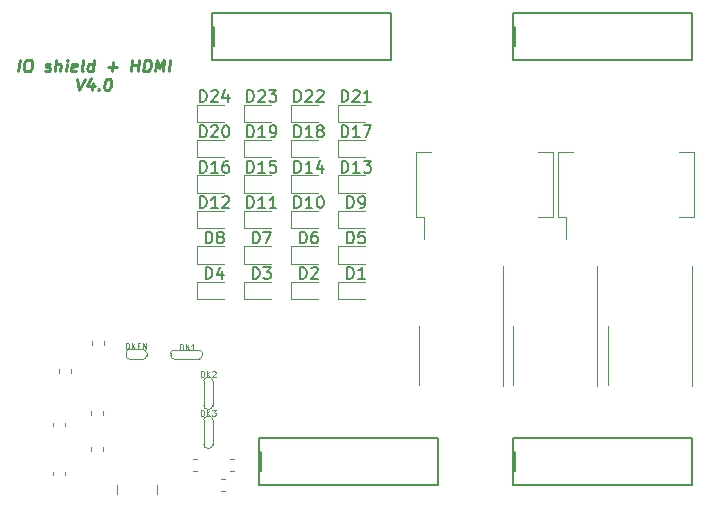
<source format=gbr>
G04 #@! TF.GenerationSoftware,KiCad,Pcbnew,(5.99.0-2671-gfc0a358ba)*
G04 #@! TF.CreationDate,2020-09-04T12:37:15+05:30*
G04 #@! TF.ProjectId,Alchitry_IO_Shield,416c6368-6974-4727-995f-494f5f536869,rev?*
G04 #@! TF.SameCoordinates,Original*
G04 #@! TF.FileFunction,Legend,Top*
G04 #@! TF.FilePolarity,Positive*
%FSLAX46Y46*%
G04 Gerber Fmt 4.6, Leading zero omitted, Abs format (unit mm)*
G04 Created by KiCad (PCBNEW (5.99.0-2671-gfc0a358ba)) date 2020-09-04 12:37:15*
%MOMM*%
%LPD*%
G01*
G04 APERTURE LIST*
%ADD10C,0.250000*%
%ADD11C,0.100000*%
%ADD12C,0.150000*%
%ADD13C,0.120000*%
%ADD14C,0.127000*%
G04 APERTURE END LIST*
D10*
X14548184Y-19452380D02*
X14673184Y-18452380D01*
X15339851Y-18452380D02*
X15530327Y-18452380D01*
X15619613Y-18500000D01*
X15702946Y-18595238D01*
X15726755Y-18785714D01*
X15685089Y-19119047D01*
X15613660Y-19309523D01*
X15506517Y-19404761D01*
X15405327Y-19452380D01*
X15214851Y-19452380D01*
X15125565Y-19404761D01*
X15042232Y-19309523D01*
X15018422Y-19119047D01*
X15060089Y-18785714D01*
X15131517Y-18595238D01*
X15238660Y-18500000D01*
X15339851Y-18452380D01*
X16792232Y-19404761D02*
X16881517Y-19452380D01*
X17071994Y-19452380D01*
X17173184Y-19404761D01*
X17232708Y-19309523D01*
X17238660Y-19261904D01*
X17202946Y-19166666D01*
X17113660Y-19119047D01*
X16970803Y-19119047D01*
X16881517Y-19071428D01*
X16845803Y-18976190D01*
X16851755Y-18928571D01*
X16911279Y-18833333D01*
X17012470Y-18785714D01*
X17155327Y-18785714D01*
X17244613Y-18833333D01*
X17643422Y-19452380D02*
X17768422Y-18452380D01*
X18071994Y-19452380D02*
X18137470Y-18928571D01*
X18101755Y-18833333D01*
X18012470Y-18785714D01*
X17869613Y-18785714D01*
X17768422Y-18833333D01*
X17714851Y-18880952D01*
X18548184Y-19452380D02*
X18631517Y-18785714D01*
X18673184Y-18452380D02*
X18619613Y-18500000D01*
X18661279Y-18547619D01*
X18714851Y-18500000D01*
X18673184Y-18452380D01*
X18661279Y-18547619D01*
X19411279Y-19404761D02*
X19310089Y-19452380D01*
X19119613Y-19452380D01*
X19030327Y-19404761D01*
X18994613Y-19309523D01*
X19042232Y-18928571D01*
X19101755Y-18833333D01*
X19202946Y-18785714D01*
X19393422Y-18785714D01*
X19482708Y-18833333D01*
X19518422Y-18928571D01*
X19506517Y-19023809D01*
X19018422Y-19119047D01*
X20024375Y-19452380D02*
X19935089Y-19404761D01*
X19899375Y-19309523D01*
X20006517Y-18452380D01*
X20833898Y-19452380D02*
X20958898Y-18452380D01*
X20839851Y-19404761D02*
X20738660Y-19452380D01*
X20548184Y-19452380D01*
X20458898Y-19404761D01*
X20417232Y-19357142D01*
X20381517Y-19261904D01*
X20417232Y-18976190D01*
X20476755Y-18880952D01*
X20530327Y-18833333D01*
X20631517Y-18785714D01*
X20821994Y-18785714D01*
X20911279Y-18833333D01*
X22119613Y-19071428D02*
X22881517Y-19071428D01*
X22452946Y-19452380D02*
X22548184Y-18690476D01*
X24071994Y-19452380D02*
X24196994Y-18452380D01*
X24137470Y-18928571D02*
X24708898Y-18928571D01*
X24643422Y-19452380D02*
X24768422Y-18452380D01*
X25119613Y-19452380D02*
X25244613Y-18452380D01*
X25482708Y-18452380D01*
X25619613Y-18500000D01*
X25702946Y-18595238D01*
X25738660Y-18690476D01*
X25762470Y-18880952D01*
X25744613Y-19023809D01*
X25673184Y-19214285D01*
X25613660Y-19309523D01*
X25506517Y-19404761D01*
X25357708Y-19452380D01*
X25119613Y-19452380D01*
X26119613Y-19452380D02*
X26244613Y-18452380D01*
X26488660Y-19166666D01*
X26911279Y-18452380D01*
X26786279Y-19452380D01*
X27262470Y-19452380D02*
X27387470Y-18452380D01*
X19506517Y-20062380D02*
X19714851Y-21062380D01*
X20173184Y-20062380D01*
X20893422Y-20395714D02*
X20810089Y-21062380D01*
X20702946Y-20014761D02*
X20375565Y-20729047D01*
X20994613Y-20729047D01*
X21345803Y-20967142D02*
X21387470Y-21014761D01*
X21333898Y-21062380D01*
X21292232Y-21014761D01*
X21345803Y-20967142D01*
X21333898Y-21062380D01*
X22125565Y-20062380D02*
X22220803Y-20062380D01*
X22310089Y-20110000D01*
X22351755Y-20157619D01*
X22387470Y-20252857D01*
X22411279Y-20443333D01*
X22381517Y-20681428D01*
X22310089Y-20871904D01*
X22250565Y-20967142D01*
X22196994Y-21014761D01*
X22095803Y-21062380D01*
X22000565Y-21062380D01*
X21911279Y-21014761D01*
X21869613Y-20967142D01*
X21833898Y-20871904D01*
X21810089Y-20681428D01*
X21839851Y-20443333D01*
X21911279Y-20252857D01*
X21970803Y-20157619D01*
X22024375Y-20110000D01*
X22125565Y-20062380D01*
D11*
X29980952Y-48626190D02*
X29980952Y-48126190D01*
X30100000Y-48126190D01*
X30171428Y-48150000D01*
X30219047Y-48197619D01*
X30242857Y-48245238D01*
X30266666Y-48340476D01*
X30266666Y-48411904D01*
X30242857Y-48507142D01*
X30219047Y-48554761D01*
X30171428Y-48602380D01*
X30100000Y-48626190D01*
X29980952Y-48626190D01*
X30480952Y-48626190D02*
X30480952Y-48126190D01*
X30766666Y-48626190D02*
X30552380Y-48340476D01*
X30766666Y-48126190D02*
X30480952Y-48411904D01*
X30933333Y-48126190D02*
X31242857Y-48126190D01*
X31076190Y-48316666D01*
X31147619Y-48316666D01*
X31195238Y-48340476D01*
X31219047Y-48364285D01*
X31242857Y-48411904D01*
X31242857Y-48530952D01*
X31219047Y-48578571D01*
X31195238Y-48602380D01*
X31147619Y-48626190D01*
X31004761Y-48626190D01*
X30957142Y-48602380D01*
X30933333Y-48578571D01*
X23630952Y-42926190D02*
X23630952Y-42426190D01*
X23750000Y-42426190D01*
X23821428Y-42450000D01*
X23869047Y-42497619D01*
X23892857Y-42545238D01*
X23916666Y-42640476D01*
X23916666Y-42711904D01*
X23892857Y-42807142D01*
X23869047Y-42854761D01*
X23821428Y-42902380D01*
X23750000Y-42926190D01*
X23630952Y-42926190D01*
X24130952Y-42926190D02*
X24130952Y-42426190D01*
X24416666Y-42926190D02*
X24202380Y-42640476D01*
X24416666Y-42426190D02*
X24130952Y-42711904D01*
X24630952Y-42664285D02*
X24797619Y-42664285D01*
X24869047Y-42926190D02*
X24630952Y-42926190D01*
X24630952Y-42426190D01*
X24869047Y-42426190D01*
X25083333Y-42926190D02*
X25083333Y-42426190D01*
X25369047Y-42926190D01*
X25369047Y-42426190D01*
X29980952Y-45326190D02*
X29980952Y-44826190D01*
X30100000Y-44826190D01*
X30171428Y-44850000D01*
X30219047Y-44897619D01*
X30242857Y-44945238D01*
X30266666Y-45040476D01*
X30266666Y-45111904D01*
X30242857Y-45207142D01*
X30219047Y-45254761D01*
X30171428Y-45302380D01*
X30100000Y-45326190D01*
X29980952Y-45326190D01*
X30480952Y-45326190D02*
X30480952Y-44826190D01*
X30766666Y-45326190D02*
X30552380Y-45040476D01*
X30766666Y-44826190D02*
X30480952Y-45111904D01*
X30957142Y-44873809D02*
X30980952Y-44850000D01*
X31028571Y-44826190D01*
X31147619Y-44826190D01*
X31195238Y-44850000D01*
X31219047Y-44873809D01*
X31242857Y-44921428D01*
X31242857Y-44969047D01*
X31219047Y-45040476D01*
X30933333Y-45326190D01*
X31242857Y-45326190D01*
X28210952Y-43026190D02*
X28210952Y-42526190D01*
X28330000Y-42526190D01*
X28401428Y-42550000D01*
X28449047Y-42597619D01*
X28472857Y-42645238D01*
X28496666Y-42740476D01*
X28496666Y-42811904D01*
X28472857Y-42907142D01*
X28449047Y-42954761D01*
X28401428Y-43002380D01*
X28330000Y-43026190D01*
X28210952Y-43026190D01*
X28710952Y-43026190D02*
X28710952Y-42526190D01*
X28996666Y-43026190D02*
X28782380Y-42740476D01*
X28996666Y-42526190D02*
X28710952Y-42811904D01*
X29472857Y-43026190D02*
X29187142Y-43026190D01*
X29330000Y-43026190D02*
X29330000Y-42526190D01*
X29282380Y-42597619D01*
X29234761Y-42645238D01*
X29187142Y-42669047D01*
D12*
X30386904Y-34022380D02*
X30386904Y-33022380D01*
X30625000Y-33022380D01*
X30767857Y-33070000D01*
X30863095Y-33165238D01*
X30910714Y-33260476D01*
X30958333Y-33450952D01*
X30958333Y-33593809D01*
X30910714Y-33784285D01*
X30863095Y-33879523D01*
X30767857Y-33974761D01*
X30625000Y-34022380D01*
X30386904Y-34022380D01*
X31529761Y-33450952D02*
X31434523Y-33403333D01*
X31386904Y-33355714D01*
X31339285Y-33260476D01*
X31339285Y-33212857D01*
X31386904Y-33117619D01*
X31434523Y-33070000D01*
X31529761Y-33022380D01*
X31720238Y-33022380D01*
X31815476Y-33070000D01*
X31863095Y-33117619D01*
X31910714Y-33212857D01*
X31910714Y-33260476D01*
X31863095Y-33355714D01*
X31815476Y-33403333D01*
X31720238Y-33450952D01*
X31529761Y-33450952D01*
X31434523Y-33498571D01*
X31386904Y-33546190D01*
X31339285Y-33641428D01*
X31339285Y-33831904D01*
X31386904Y-33927142D01*
X31434523Y-33974761D01*
X31529761Y-34022380D01*
X31720238Y-34022380D01*
X31815476Y-33974761D01*
X31863095Y-33927142D01*
X31910714Y-33831904D01*
X31910714Y-33641428D01*
X31863095Y-33546190D01*
X31815476Y-33498571D01*
X31720238Y-33450952D01*
X42386904Y-31022380D02*
X42386904Y-30022380D01*
X42625000Y-30022380D01*
X42767857Y-30070000D01*
X42863095Y-30165238D01*
X42910714Y-30260476D01*
X42958333Y-30450952D01*
X42958333Y-30593809D01*
X42910714Y-30784285D01*
X42863095Y-30879523D01*
X42767857Y-30974761D01*
X42625000Y-31022380D01*
X42386904Y-31022380D01*
X43434523Y-31022380D02*
X43625000Y-31022380D01*
X43720238Y-30974761D01*
X43767857Y-30927142D01*
X43863095Y-30784285D01*
X43910714Y-30593809D01*
X43910714Y-30212857D01*
X43863095Y-30117619D01*
X43815476Y-30070000D01*
X43720238Y-30022380D01*
X43529761Y-30022380D01*
X43434523Y-30070000D01*
X43386904Y-30117619D01*
X43339285Y-30212857D01*
X43339285Y-30450952D01*
X43386904Y-30546190D01*
X43434523Y-30593809D01*
X43529761Y-30641428D01*
X43720238Y-30641428D01*
X43815476Y-30593809D01*
X43863095Y-30546190D01*
X43910714Y-30450952D01*
X33910714Y-31022380D02*
X33910714Y-30022380D01*
X34148809Y-30022380D01*
X34291666Y-30070000D01*
X34386904Y-30165238D01*
X34434523Y-30260476D01*
X34482142Y-30450952D01*
X34482142Y-30593809D01*
X34434523Y-30784285D01*
X34386904Y-30879523D01*
X34291666Y-30974761D01*
X34148809Y-31022380D01*
X33910714Y-31022380D01*
X35434523Y-31022380D02*
X34863095Y-31022380D01*
X35148809Y-31022380D02*
X35148809Y-30022380D01*
X35053571Y-30165238D01*
X34958333Y-30260476D01*
X34863095Y-30308095D01*
X36386904Y-31022380D02*
X35815476Y-31022380D01*
X36101190Y-31022380D02*
X36101190Y-30022380D01*
X36005952Y-30165238D01*
X35910714Y-30260476D01*
X35815476Y-30308095D01*
X38386904Y-37022380D02*
X38386904Y-36022380D01*
X38625000Y-36022380D01*
X38767857Y-36070000D01*
X38863095Y-36165238D01*
X38910714Y-36260476D01*
X38958333Y-36450952D01*
X38958333Y-36593809D01*
X38910714Y-36784285D01*
X38863095Y-36879523D01*
X38767857Y-36974761D01*
X38625000Y-37022380D01*
X38386904Y-37022380D01*
X39339285Y-36117619D02*
X39386904Y-36070000D01*
X39482142Y-36022380D01*
X39720238Y-36022380D01*
X39815476Y-36070000D01*
X39863095Y-36117619D01*
X39910714Y-36212857D01*
X39910714Y-36308095D01*
X39863095Y-36450952D01*
X39291666Y-37022380D01*
X39910714Y-37022380D01*
X42386904Y-37022380D02*
X42386904Y-36022380D01*
X42625000Y-36022380D01*
X42767857Y-36070000D01*
X42863095Y-36165238D01*
X42910714Y-36260476D01*
X42958333Y-36450952D01*
X42958333Y-36593809D01*
X42910714Y-36784285D01*
X42863095Y-36879523D01*
X42767857Y-36974761D01*
X42625000Y-37022380D01*
X42386904Y-37022380D01*
X43910714Y-37022380D02*
X43339285Y-37022380D01*
X43625000Y-37022380D02*
X43625000Y-36022380D01*
X43529761Y-36165238D01*
X43434523Y-36260476D01*
X43339285Y-36308095D01*
X30386904Y-37022380D02*
X30386904Y-36022380D01*
X30625000Y-36022380D01*
X30767857Y-36070000D01*
X30863095Y-36165238D01*
X30910714Y-36260476D01*
X30958333Y-36450952D01*
X30958333Y-36593809D01*
X30910714Y-36784285D01*
X30863095Y-36879523D01*
X30767857Y-36974761D01*
X30625000Y-37022380D01*
X30386904Y-37022380D01*
X31815476Y-36355714D02*
X31815476Y-37022380D01*
X31577380Y-35974761D02*
X31339285Y-36689047D01*
X31958333Y-36689047D01*
X41910714Y-28022380D02*
X41910714Y-27022380D01*
X42148809Y-27022380D01*
X42291666Y-27070000D01*
X42386904Y-27165238D01*
X42434523Y-27260476D01*
X42482142Y-27450952D01*
X42482142Y-27593809D01*
X42434523Y-27784285D01*
X42386904Y-27879523D01*
X42291666Y-27974761D01*
X42148809Y-28022380D01*
X41910714Y-28022380D01*
X43434523Y-28022380D02*
X42863095Y-28022380D01*
X43148809Y-28022380D02*
X43148809Y-27022380D01*
X43053571Y-27165238D01*
X42958333Y-27260476D01*
X42863095Y-27308095D01*
X43767857Y-27022380D02*
X44386904Y-27022380D01*
X44053571Y-27403333D01*
X44196428Y-27403333D01*
X44291666Y-27450952D01*
X44339285Y-27498571D01*
X44386904Y-27593809D01*
X44386904Y-27831904D01*
X44339285Y-27927142D01*
X44291666Y-27974761D01*
X44196428Y-28022380D01*
X43910714Y-28022380D01*
X43815476Y-27974761D01*
X43767857Y-27927142D01*
X34386904Y-34022380D02*
X34386904Y-33022380D01*
X34625000Y-33022380D01*
X34767857Y-33070000D01*
X34863095Y-33165238D01*
X34910714Y-33260476D01*
X34958333Y-33450952D01*
X34958333Y-33593809D01*
X34910714Y-33784285D01*
X34863095Y-33879523D01*
X34767857Y-33974761D01*
X34625000Y-34022380D01*
X34386904Y-34022380D01*
X35291666Y-33022380D02*
X35958333Y-33022380D01*
X35529761Y-34022380D01*
X42386904Y-34022380D02*
X42386904Y-33022380D01*
X42625000Y-33022380D01*
X42767857Y-33070000D01*
X42863095Y-33165238D01*
X42910714Y-33260476D01*
X42958333Y-33450952D01*
X42958333Y-33593809D01*
X42910714Y-33784285D01*
X42863095Y-33879523D01*
X42767857Y-33974761D01*
X42625000Y-34022380D01*
X42386904Y-34022380D01*
X43863095Y-33022380D02*
X43386904Y-33022380D01*
X43339285Y-33498571D01*
X43386904Y-33450952D01*
X43482142Y-33403333D01*
X43720238Y-33403333D01*
X43815476Y-33450952D01*
X43863095Y-33498571D01*
X43910714Y-33593809D01*
X43910714Y-33831904D01*
X43863095Y-33927142D01*
X43815476Y-33974761D01*
X43720238Y-34022380D01*
X43482142Y-34022380D01*
X43386904Y-33974761D01*
X43339285Y-33927142D01*
X29910714Y-31022380D02*
X29910714Y-30022380D01*
X30148809Y-30022380D01*
X30291666Y-30070000D01*
X30386904Y-30165238D01*
X30434523Y-30260476D01*
X30482142Y-30450952D01*
X30482142Y-30593809D01*
X30434523Y-30784285D01*
X30386904Y-30879523D01*
X30291666Y-30974761D01*
X30148809Y-31022380D01*
X29910714Y-31022380D01*
X31434523Y-31022380D02*
X30863095Y-31022380D01*
X31148809Y-31022380D02*
X31148809Y-30022380D01*
X31053571Y-30165238D01*
X30958333Y-30260476D01*
X30863095Y-30308095D01*
X31815476Y-30117619D02*
X31863095Y-30070000D01*
X31958333Y-30022380D01*
X32196428Y-30022380D01*
X32291666Y-30070000D01*
X32339285Y-30117619D01*
X32386904Y-30212857D01*
X32386904Y-30308095D01*
X32339285Y-30450952D01*
X31767857Y-31022380D01*
X32386904Y-31022380D01*
X37910714Y-28022380D02*
X37910714Y-27022380D01*
X38148809Y-27022380D01*
X38291666Y-27070000D01*
X38386904Y-27165238D01*
X38434523Y-27260476D01*
X38482142Y-27450952D01*
X38482142Y-27593809D01*
X38434523Y-27784285D01*
X38386904Y-27879523D01*
X38291666Y-27974761D01*
X38148809Y-28022380D01*
X37910714Y-28022380D01*
X39434523Y-28022380D02*
X38863095Y-28022380D01*
X39148809Y-28022380D02*
X39148809Y-27022380D01*
X39053571Y-27165238D01*
X38958333Y-27260476D01*
X38863095Y-27308095D01*
X40291666Y-27355714D02*
X40291666Y-28022380D01*
X40053571Y-26974761D02*
X39815476Y-27689047D01*
X40434523Y-27689047D01*
X38386904Y-34022380D02*
X38386904Y-33022380D01*
X38625000Y-33022380D01*
X38767857Y-33070000D01*
X38863095Y-33165238D01*
X38910714Y-33260476D01*
X38958333Y-33450952D01*
X38958333Y-33593809D01*
X38910714Y-33784285D01*
X38863095Y-33879523D01*
X38767857Y-33974761D01*
X38625000Y-34022380D01*
X38386904Y-34022380D01*
X39815476Y-33022380D02*
X39625000Y-33022380D01*
X39529761Y-33070000D01*
X39482142Y-33117619D01*
X39386904Y-33260476D01*
X39339285Y-33450952D01*
X39339285Y-33831904D01*
X39386904Y-33927142D01*
X39434523Y-33974761D01*
X39529761Y-34022380D01*
X39720238Y-34022380D01*
X39815476Y-33974761D01*
X39863095Y-33927142D01*
X39910714Y-33831904D01*
X39910714Y-33593809D01*
X39863095Y-33498571D01*
X39815476Y-33450952D01*
X39720238Y-33403333D01*
X39529761Y-33403333D01*
X39434523Y-33450952D01*
X39386904Y-33498571D01*
X39339285Y-33593809D01*
X33910714Y-28022380D02*
X33910714Y-27022380D01*
X34148809Y-27022380D01*
X34291666Y-27070000D01*
X34386904Y-27165238D01*
X34434523Y-27260476D01*
X34482142Y-27450952D01*
X34482142Y-27593809D01*
X34434523Y-27784285D01*
X34386904Y-27879523D01*
X34291666Y-27974761D01*
X34148809Y-28022380D01*
X33910714Y-28022380D01*
X35434523Y-28022380D02*
X34863095Y-28022380D01*
X35148809Y-28022380D02*
X35148809Y-27022380D01*
X35053571Y-27165238D01*
X34958333Y-27260476D01*
X34863095Y-27308095D01*
X36339285Y-27022380D02*
X35863095Y-27022380D01*
X35815476Y-27498571D01*
X35863095Y-27450952D01*
X35958333Y-27403333D01*
X36196428Y-27403333D01*
X36291666Y-27450952D01*
X36339285Y-27498571D01*
X36386904Y-27593809D01*
X36386904Y-27831904D01*
X36339285Y-27927142D01*
X36291666Y-27974761D01*
X36196428Y-28022380D01*
X35958333Y-28022380D01*
X35863095Y-27974761D01*
X35815476Y-27927142D01*
X37910714Y-31022380D02*
X37910714Y-30022380D01*
X38148809Y-30022380D01*
X38291666Y-30070000D01*
X38386904Y-30165238D01*
X38434523Y-30260476D01*
X38482142Y-30450952D01*
X38482142Y-30593809D01*
X38434523Y-30784285D01*
X38386904Y-30879523D01*
X38291666Y-30974761D01*
X38148809Y-31022380D01*
X37910714Y-31022380D01*
X39434523Y-31022380D02*
X38863095Y-31022380D01*
X39148809Y-31022380D02*
X39148809Y-30022380D01*
X39053571Y-30165238D01*
X38958333Y-30260476D01*
X38863095Y-30308095D01*
X40053571Y-30022380D02*
X40148809Y-30022380D01*
X40244047Y-30070000D01*
X40291666Y-30117619D01*
X40339285Y-30212857D01*
X40386904Y-30403333D01*
X40386904Y-30641428D01*
X40339285Y-30831904D01*
X40291666Y-30927142D01*
X40244047Y-30974761D01*
X40148809Y-31022380D01*
X40053571Y-31022380D01*
X39958333Y-30974761D01*
X39910714Y-30927142D01*
X39863095Y-30831904D01*
X39815476Y-30641428D01*
X39815476Y-30403333D01*
X39863095Y-30212857D01*
X39910714Y-30117619D01*
X39958333Y-30070000D01*
X40053571Y-30022380D01*
X34386904Y-37022380D02*
X34386904Y-36022380D01*
X34625000Y-36022380D01*
X34767857Y-36070000D01*
X34863095Y-36165238D01*
X34910714Y-36260476D01*
X34958333Y-36450952D01*
X34958333Y-36593809D01*
X34910714Y-36784285D01*
X34863095Y-36879523D01*
X34767857Y-36974761D01*
X34625000Y-37022380D01*
X34386904Y-37022380D01*
X35291666Y-36022380D02*
X35910714Y-36022380D01*
X35577380Y-36403333D01*
X35720238Y-36403333D01*
X35815476Y-36450952D01*
X35863095Y-36498571D01*
X35910714Y-36593809D01*
X35910714Y-36831904D01*
X35863095Y-36927142D01*
X35815476Y-36974761D01*
X35720238Y-37022380D01*
X35434523Y-37022380D01*
X35339285Y-36974761D01*
X35291666Y-36927142D01*
X29910714Y-28022380D02*
X29910714Y-27022380D01*
X30148809Y-27022380D01*
X30291666Y-27070000D01*
X30386904Y-27165238D01*
X30434523Y-27260476D01*
X30482142Y-27450952D01*
X30482142Y-27593809D01*
X30434523Y-27784285D01*
X30386904Y-27879523D01*
X30291666Y-27974761D01*
X30148809Y-28022380D01*
X29910714Y-28022380D01*
X31434523Y-28022380D02*
X30863095Y-28022380D01*
X31148809Y-28022380D02*
X31148809Y-27022380D01*
X31053571Y-27165238D01*
X30958333Y-27260476D01*
X30863095Y-27308095D01*
X32291666Y-27022380D02*
X32101190Y-27022380D01*
X32005952Y-27070000D01*
X31958333Y-27117619D01*
X31863095Y-27260476D01*
X31815476Y-27450952D01*
X31815476Y-27831904D01*
X31863095Y-27927142D01*
X31910714Y-27974761D01*
X32005952Y-28022380D01*
X32196428Y-28022380D01*
X32291666Y-27974761D01*
X32339285Y-27927142D01*
X32386904Y-27831904D01*
X32386904Y-27593809D01*
X32339285Y-27498571D01*
X32291666Y-27450952D01*
X32196428Y-27403333D01*
X32005952Y-27403333D01*
X31910714Y-27450952D01*
X31863095Y-27498571D01*
X31815476Y-27593809D01*
X41910714Y-25022380D02*
X41910714Y-24022380D01*
X42148809Y-24022380D01*
X42291666Y-24070000D01*
X42386904Y-24165238D01*
X42434523Y-24260476D01*
X42482142Y-24450952D01*
X42482142Y-24593809D01*
X42434523Y-24784285D01*
X42386904Y-24879523D01*
X42291666Y-24974761D01*
X42148809Y-25022380D01*
X41910714Y-25022380D01*
X43434523Y-25022380D02*
X42863095Y-25022380D01*
X43148809Y-25022380D02*
X43148809Y-24022380D01*
X43053571Y-24165238D01*
X42958333Y-24260476D01*
X42863095Y-24308095D01*
X43767857Y-24022380D02*
X44434523Y-24022380D01*
X44005952Y-25022380D01*
X37910714Y-25022380D02*
X37910714Y-24022380D01*
X38148809Y-24022380D01*
X38291666Y-24070000D01*
X38386904Y-24165238D01*
X38434523Y-24260476D01*
X38482142Y-24450952D01*
X38482142Y-24593809D01*
X38434523Y-24784285D01*
X38386904Y-24879523D01*
X38291666Y-24974761D01*
X38148809Y-25022380D01*
X37910714Y-25022380D01*
X39434523Y-25022380D02*
X38863095Y-25022380D01*
X39148809Y-25022380D02*
X39148809Y-24022380D01*
X39053571Y-24165238D01*
X38958333Y-24260476D01*
X38863095Y-24308095D01*
X40005952Y-24450952D02*
X39910714Y-24403333D01*
X39863095Y-24355714D01*
X39815476Y-24260476D01*
X39815476Y-24212857D01*
X39863095Y-24117619D01*
X39910714Y-24070000D01*
X40005952Y-24022380D01*
X40196428Y-24022380D01*
X40291666Y-24070000D01*
X40339285Y-24117619D01*
X40386904Y-24212857D01*
X40386904Y-24260476D01*
X40339285Y-24355714D01*
X40291666Y-24403333D01*
X40196428Y-24450952D01*
X40005952Y-24450952D01*
X39910714Y-24498571D01*
X39863095Y-24546190D01*
X39815476Y-24641428D01*
X39815476Y-24831904D01*
X39863095Y-24927142D01*
X39910714Y-24974761D01*
X40005952Y-25022380D01*
X40196428Y-25022380D01*
X40291666Y-24974761D01*
X40339285Y-24927142D01*
X40386904Y-24831904D01*
X40386904Y-24641428D01*
X40339285Y-24546190D01*
X40291666Y-24498571D01*
X40196428Y-24450952D01*
X33910714Y-25022380D02*
X33910714Y-24022380D01*
X34148809Y-24022380D01*
X34291666Y-24070000D01*
X34386904Y-24165238D01*
X34434523Y-24260476D01*
X34482142Y-24450952D01*
X34482142Y-24593809D01*
X34434523Y-24784285D01*
X34386904Y-24879523D01*
X34291666Y-24974761D01*
X34148809Y-25022380D01*
X33910714Y-25022380D01*
X35434523Y-25022380D02*
X34863095Y-25022380D01*
X35148809Y-25022380D02*
X35148809Y-24022380D01*
X35053571Y-24165238D01*
X34958333Y-24260476D01*
X34863095Y-24308095D01*
X35910714Y-25022380D02*
X36101190Y-25022380D01*
X36196428Y-24974761D01*
X36244047Y-24927142D01*
X36339285Y-24784285D01*
X36386904Y-24593809D01*
X36386904Y-24212857D01*
X36339285Y-24117619D01*
X36291666Y-24070000D01*
X36196428Y-24022380D01*
X36005952Y-24022380D01*
X35910714Y-24070000D01*
X35863095Y-24117619D01*
X35815476Y-24212857D01*
X35815476Y-24450952D01*
X35863095Y-24546190D01*
X35910714Y-24593809D01*
X36005952Y-24641428D01*
X36196428Y-24641428D01*
X36291666Y-24593809D01*
X36339285Y-24546190D01*
X36386904Y-24450952D01*
X29910714Y-25022380D02*
X29910714Y-24022380D01*
X30148809Y-24022380D01*
X30291666Y-24070000D01*
X30386904Y-24165238D01*
X30434523Y-24260476D01*
X30482142Y-24450952D01*
X30482142Y-24593809D01*
X30434523Y-24784285D01*
X30386904Y-24879523D01*
X30291666Y-24974761D01*
X30148809Y-25022380D01*
X29910714Y-25022380D01*
X30863095Y-24117619D02*
X30910714Y-24070000D01*
X31005952Y-24022380D01*
X31244047Y-24022380D01*
X31339285Y-24070000D01*
X31386904Y-24117619D01*
X31434523Y-24212857D01*
X31434523Y-24308095D01*
X31386904Y-24450952D01*
X30815476Y-25022380D01*
X31434523Y-25022380D01*
X32053571Y-24022380D02*
X32148809Y-24022380D01*
X32244047Y-24070000D01*
X32291666Y-24117619D01*
X32339285Y-24212857D01*
X32386904Y-24403333D01*
X32386904Y-24641428D01*
X32339285Y-24831904D01*
X32291666Y-24927142D01*
X32244047Y-24974761D01*
X32148809Y-25022380D01*
X32053571Y-25022380D01*
X31958333Y-24974761D01*
X31910714Y-24927142D01*
X31863095Y-24831904D01*
X31815476Y-24641428D01*
X31815476Y-24403333D01*
X31863095Y-24212857D01*
X31910714Y-24117619D01*
X31958333Y-24070000D01*
X32053571Y-24022380D01*
X41910714Y-22022380D02*
X41910714Y-21022380D01*
X42148809Y-21022380D01*
X42291666Y-21070000D01*
X42386904Y-21165238D01*
X42434523Y-21260476D01*
X42482142Y-21450952D01*
X42482142Y-21593809D01*
X42434523Y-21784285D01*
X42386904Y-21879523D01*
X42291666Y-21974761D01*
X42148809Y-22022380D01*
X41910714Y-22022380D01*
X42863095Y-21117619D02*
X42910714Y-21070000D01*
X43005952Y-21022380D01*
X43244047Y-21022380D01*
X43339285Y-21070000D01*
X43386904Y-21117619D01*
X43434523Y-21212857D01*
X43434523Y-21308095D01*
X43386904Y-21450952D01*
X42815476Y-22022380D01*
X43434523Y-22022380D01*
X44386904Y-22022380D02*
X43815476Y-22022380D01*
X44101190Y-22022380D02*
X44101190Y-21022380D01*
X44005952Y-21165238D01*
X43910714Y-21260476D01*
X43815476Y-21308095D01*
X29910714Y-22022380D02*
X29910714Y-21022380D01*
X30148809Y-21022380D01*
X30291666Y-21070000D01*
X30386904Y-21165238D01*
X30434523Y-21260476D01*
X30482142Y-21450952D01*
X30482142Y-21593809D01*
X30434523Y-21784285D01*
X30386904Y-21879523D01*
X30291666Y-21974761D01*
X30148809Y-22022380D01*
X29910714Y-22022380D01*
X30863095Y-21117619D02*
X30910714Y-21070000D01*
X31005952Y-21022380D01*
X31244047Y-21022380D01*
X31339285Y-21070000D01*
X31386904Y-21117619D01*
X31434523Y-21212857D01*
X31434523Y-21308095D01*
X31386904Y-21450952D01*
X30815476Y-22022380D01*
X31434523Y-22022380D01*
X32291666Y-21355714D02*
X32291666Y-22022380D01*
X32053571Y-20974761D02*
X31815476Y-21689047D01*
X32434523Y-21689047D01*
X37910714Y-22022380D02*
X37910714Y-21022380D01*
X38148809Y-21022380D01*
X38291666Y-21070000D01*
X38386904Y-21165238D01*
X38434523Y-21260476D01*
X38482142Y-21450952D01*
X38482142Y-21593809D01*
X38434523Y-21784285D01*
X38386904Y-21879523D01*
X38291666Y-21974761D01*
X38148809Y-22022380D01*
X37910714Y-22022380D01*
X38863095Y-21117619D02*
X38910714Y-21070000D01*
X39005952Y-21022380D01*
X39244047Y-21022380D01*
X39339285Y-21070000D01*
X39386904Y-21117619D01*
X39434523Y-21212857D01*
X39434523Y-21308095D01*
X39386904Y-21450952D01*
X38815476Y-22022380D01*
X39434523Y-22022380D01*
X39815476Y-21117619D02*
X39863095Y-21070000D01*
X39958333Y-21022380D01*
X40196428Y-21022380D01*
X40291666Y-21070000D01*
X40339285Y-21117619D01*
X40386904Y-21212857D01*
X40386904Y-21308095D01*
X40339285Y-21450952D01*
X39767857Y-22022380D01*
X40386904Y-22022380D01*
X33910714Y-22022380D02*
X33910714Y-21022380D01*
X34148809Y-21022380D01*
X34291666Y-21070000D01*
X34386904Y-21165238D01*
X34434523Y-21260476D01*
X34482142Y-21450952D01*
X34482142Y-21593809D01*
X34434523Y-21784285D01*
X34386904Y-21879523D01*
X34291666Y-21974761D01*
X34148809Y-22022380D01*
X33910714Y-22022380D01*
X34863095Y-21117619D02*
X34910714Y-21070000D01*
X35005952Y-21022380D01*
X35244047Y-21022380D01*
X35339285Y-21070000D01*
X35386904Y-21117619D01*
X35434523Y-21212857D01*
X35434523Y-21308095D01*
X35386904Y-21450952D01*
X34815476Y-22022380D01*
X35434523Y-22022380D01*
X35767857Y-21022380D02*
X36386904Y-21022380D01*
X36053571Y-21403333D01*
X36196428Y-21403333D01*
X36291666Y-21450952D01*
X36339285Y-21498571D01*
X36386904Y-21593809D01*
X36386904Y-21831904D01*
X36339285Y-21927142D01*
X36291666Y-21974761D01*
X36196428Y-22022380D01*
X35910714Y-22022380D01*
X35815476Y-21974761D01*
X35767857Y-21927142D01*
D13*
X30500000Y-51350000D02*
X30700000Y-51350000D01*
X30500000Y-48650000D02*
X30700000Y-48650000D01*
X30988677Y-48950000D02*
X30988677Y-51050000D01*
X30237287Y-51050000D02*
X30237287Y-48950000D01*
X30688677Y-48649685D02*
G75*
G02*
X30988677Y-48949685I0J-300000D01*
G01*
X30988677Y-51054223D02*
G75*
G02*
X30688677Y-51354223I-300000J0D01*
G01*
X30235865Y-48951450D02*
G75*
G02*
X30535865Y-48651450I300000J0D01*
G01*
X30535865Y-51355988D02*
G75*
G02*
X30235865Y-51055988I0J300000D01*
G01*
X25391127Y-43520000D02*
X25391127Y-43290000D01*
X23673018Y-43513040D02*
X23673018Y-43303040D01*
X25100000Y-42980000D02*
X24000000Y-42980000D01*
X25100000Y-43819987D02*
X24000000Y-43819987D01*
X25391127Y-43522502D02*
G75*
G02*
X25091127Y-43822502I-300000J0D01*
G01*
X23973018Y-43820512D02*
G75*
G02*
X23673018Y-43520512I0J300000D01*
G01*
X23673018Y-43281057D02*
G75*
G02*
X23973018Y-42981057I300000J0D01*
G01*
X25091127Y-42985563D02*
G75*
G02*
X25391127Y-43285563I0J-300000D01*
G01*
X48225000Y-31760000D02*
X48225000Y-26240000D01*
X58505000Y-26240000D02*
X59775000Y-26240000D01*
X59775000Y-31760000D02*
X59775000Y-26240000D01*
X48225000Y-26240000D02*
X49494000Y-26240000D01*
X48875000Y-33610000D02*
X48875000Y-31760000D01*
X58505000Y-31760000D02*
X59775000Y-31760000D01*
X48225000Y-31760000D02*
X48875000Y-31760000D01*
D14*
X50100000Y-50500000D02*
X50100000Y-54500000D01*
X35100000Y-51700000D02*
X34900000Y-51700000D01*
X71600000Y-14500000D02*
X71600000Y-18500000D01*
X71600000Y-18500000D02*
X56400000Y-18500000D01*
X56400000Y-54500000D02*
X56400000Y-53300000D01*
X56400000Y-17300000D02*
X56400000Y-15700000D01*
X30900000Y-18500000D02*
X30900000Y-17300000D01*
X56400000Y-50500000D02*
X71600000Y-50500000D01*
X46100000Y-18500000D02*
X30900000Y-18500000D01*
X56600000Y-53300000D02*
X56600000Y-51700000D01*
X56400000Y-17300000D02*
X56600000Y-17300000D01*
X34900000Y-51700000D02*
X34900000Y-50500000D01*
X34900000Y-53300000D02*
X34900000Y-51700000D01*
X56400000Y-18500000D02*
X56400000Y-17300000D01*
X56600000Y-51700000D02*
X56400000Y-51700000D01*
X46100000Y-14500000D02*
X46100000Y-18500000D01*
X35100000Y-53300000D02*
X35100000Y-51700000D01*
X56400000Y-15700000D02*
X56400000Y-14500000D01*
X56400000Y-53300000D02*
X56400000Y-51700000D01*
X71600000Y-54500000D02*
X56400000Y-54500000D01*
X71600000Y-50500000D02*
X71600000Y-54500000D01*
X50100000Y-54500000D02*
X34900000Y-54500000D01*
X56400000Y-53300000D02*
X56600000Y-53300000D01*
X30900000Y-17300000D02*
X31100000Y-17300000D01*
X56400000Y-51700000D02*
X56400000Y-50500000D01*
X31100000Y-17300000D02*
X31100000Y-15700000D01*
X56600000Y-15700000D02*
X56400000Y-15700000D01*
X30900000Y-15700000D02*
X30900000Y-14500000D01*
X30900000Y-14500000D02*
X46100000Y-14500000D01*
X56400000Y-14500000D02*
X71600000Y-14500000D01*
X34900000Y-54500000D02*
X34900000Y-53300000D01*
X31100000Y-15700000D02*
X30900000Y-15700000D01*
X34900000Y-53300000D02*
X35100000Y-53300000D01*
X56600000Y-17300000D02*
X56600000Y-15700000D01*
X30900000Y-17300000D02*
X30900000Y-15700000D01*
X34900000Y-50500000D02*
X50100000Y-50500000D01*
D13*
X30237287Y-47750000D02*
X30237287Y-45650000D01*
X30988677Y-45650000D02*
X30988677Y-47750000D01*
X30500000Y-45350000D02*
X30700000Y-45350000D01*
X30500000Y-48050000D02*
X30700000Y-48050000D01*
X30688677Y-45349685D02*
G75*
G02*
X30988677Y-45649685I0J-300000D01*
G01*
X30988677Y-47754223D02*
G75*
G02*
X30688677Y-48054223I-300000J0D01*
G01*
X30235865Y-45651450D02*
G75*
G02*
X30535865Y-45351450I300000J0D01*
G01*
X30535865Y-48055988D02*
G75*
G02*
X30235865Y-47755988I0J300000D01*
G01*
X29830000Y-43788677D02*
X27730000Y-43788677D01*
X27430000Y-43300000D02*
X27430000Y-43500000D01*
X30130000Y-43300000D02*
X30130000Y-43500000D01*
X27730000Y-43037287D02*
X29830000Y-43037287D01*
X27424012Y-43335865D02*
G75*
G02*
X27724012Y-43035865I300000J0D01*
G01*
X30130315Y-43488677D02*
G75*
G02*
X29830315Y-43788677I-300000J0D01*
G01*
X29828550Y-43035865D02*
G75*
G02*
X30128550Y-43335865I0J-300000D01*
G01*
X27725777Y-43788677D02*
G75*
G02*
X27425777Y-43488677I0J300000D01*
G01*
X56430000Y-46000000D02*
X56430000Y-41000000D01*
X63570000Y-35940000D02*
X63570000Y-46060000D01*
X60225000Y-26240000D02*
X61494000Y-26240000D01*
X60225000Y-31760000D02*
X60875000Y-31760000D01*
X71775000Y-31760000D02*
X71775000Y-26240000D01*
X70505000Y-26240000D02*
X71775000Y-26240000D01*
X70505000Y-31760000D02*
X71775000Y-31760000D01*
X60875000Y-33610000D02*
X60875000Y-31760000D01*
X60225000Y-31760000D02*
X60225000Y-26240000D01*
X31925000Y-34265000D02*
X29640000Y-34265000D01*
X29640000Y-35735000D02*
X31925000Y-35735000D01*
X29640000Y-34265000D02*
X29640000Y-35735000D01*
X41640000Y-32735000D02*
X43925000Y-32735000D01*
X41640000Y-31265000D02*
X41640000Y-32735000D01*
X43925000Y-31265000D02*
X41640000Y-31265000D01*
X35925000Y-31265000D02*
X33640000Y-31265000D01*
X33640000Y-32735000D02*
X35925000Y-32735000D01*
X33640000Y-31265000D02*
X33640000Y-32735000D01*
X37640000Y-37265000D02*
X37640000Y-38735000D01*
X37640000Y-38735000D02*
X39925000Y-38735000D01*
X39925000Y-37265000D02*
X37640000Y-37265000D01*
X43925000Y-37265000D02*
X41640000Y-37265000D01*
X41640000Y-37265000D02*
X41640000Y-38735000D01*
X41640000Y-38735000D02*
X43925000Y-38735000D01*
X29640000Y-38735000D02*
X31925000Y-38735000D01*
X29640000Y-37265000D02*
X29640000Y-38735000D01*
X31925000Y-37265000D02*
X29640000Y-37265000D01*
X43925000Y-28265000D02*
X41640000Y-28265000D01*
X41640000Y-29735000D02*
X43925000Y-29735000D01*
X41640000Y-28265000D02*
X41640000Y-29735000D01*
X33640000Y-35735000D02*
X35925000Y-35735000D01*
X35925000Y-34265000D02*
X33640000Y-34265000D01*
X33640000Y-34265000D02*
X33640000Y-35735000D01*
X43925000Y-34265000D02*
X41640000Y-34265000D01*
X41640000Y-34265000D02*
X41640000Y-35735000D01*
X41640000Y-35735000D02*
X43925000Y-35735000D01*
X31925000Y-31265000D02*
X29640000Y-31265000D01*
X29640000Y-31265000D02*
X29640000Y-32735000D01*
X29640000Y-32735000D02*
X31925000Y-32735000D01*
X37640000Y-29735000D02*
X39925000Y-29735000D01*
X37640000Y-28265000D02*
X37640000Y-29735000D01*
X39925000Y-28265000D02*
X37640000Y-28265000D01*
X37640000Y-35735000D02*
X39925000Y-35735000D01*
X37640000Y-34265000D02*
X37640000Y-35735000D01*
X39925000Y-34265000D02*
X37640000Y-34265000D01*
X33640000Y-29735000D02*
X35925000Y-29735000D01*
X33640000Y-28265000D02*
X33640000Y-29735000D01*
X35925000Y-28265000D02*
X33640000Y-28265000D01*
X39925000Y-31265000D02*
X37640000Y-31265000D01*
X37640000Y-31265000D02*
X37640000Y-32735000D01*
X37640000Y-32735000D02*
X39925000Y-32735000D01*
X33640000Y-38735000D02*
X35925000Y-38735000D01*
X35925000Y-37265000D02*
X33640000Y-37265000D01*
X33640000Y-37265000D02*
X33640000Y-38735000D01*
X29640000Y-28265000D02*
X29640000Y-29735000D01*
X29640000Y-29735000D02*
X31925000Y-29735000D01*
X31925000Y-28265000D02*
X29640000Y-28265000D01*
X41640000Y-25265000D02*
X41640000Y-26735000D01*
X41640000Y-26735000D02*
X43925000Y-26735000D01*
X43925000Y-25265000D02*
X41640000Y-25265000D01*
X37640000Y-25265000D02*
X37640000Y-26735000D01*
X39925000Y-25265000D02*
X37640000Y-25265000D01*
X37640000Y-26735000D02*
X39925000Y-26735000D01*
X33640000Y-26735000D02*
X35925000Y-26735000D01*
X35925000Y-25265000D02*
X33640000Y-25265000D01*
X33640000Y-25265000D02*
X33640000Y-26735000D01*
X29640000Y-25265000D02*
X29640000Y-26735000D01*
X29640000Y-26735000D02*
X31925000Y-26735000D01*
X31925000Y-25265000D02*
X29640000Y-25265000D01*
X43925000Y-22265000D02*
X41640000Y-22265000D01*
X41640000Y-23735000D02*
X43925000Y-23735000D01*
X41640000Y-22265000D02*
X41640000Y-23735000D01*
X29640000Y-23735000D02*
X31925000Y-23735000D01*
X29640000Y-22265000D02*
X29640000Y-23735000D01*
X31925000Y-22265000D02*
X29640000Y-22265000D01*
X37640000Y-22265000D02*
X37640000Y-23735000D01*
X39925000Y-22265000D02*
X37640000Y-22265000D01*
X37640000Y-23735000D02*
X39925000Y-23735000D01*
X35925000Y-22265000D02*
X33640000Y-22265000D01*
X33640000Y-22265000D02*
X33640000Y-23735000D01*
X33640000Y-23735000D02*
X35925000Y-23735000D01*
X71570000Y-35940000D02*
X71570000Y-46060000D01*
X64430000Y-46000000D02*
X64430000Y-41000000D01*
X55570000Y-35940000D02*
X55570000Y-46060000D01*
X48430000Y-46000000D02*
X48430000Y-41000000D01*
X17490000Y-49512779D02*
X17490000Y-49187221D01*
X18510000Y-49512779D02*
X18510000Y-49187221D01*
X31737221Y-55010000D02*
X32062779Y-55010000D01*
X31737221Y-53990000D02*
X32062779Y-53990000D01*
X17990000Y-45012779D02*
X17990000Y-44687221D01*
X19010000Y-45012779D02*
X19010000Y-44687221D01*
X18510000Y-53662779D02*
X18510000Y-53337221D01*
X17490000Y-53662779D02*
X17490000Y-53337221D01*
X26320000Y-55250000D02*
X26320000Y-54450000D01*
X22880000Y-55250000D02*
X22880000Y-54450000D01*
X20690000Y-51562779D02*
X20690000Y-51237221D01*
X21710000Y-51562779D02*
X21710000Y-51237221D01*
X21710000Y-48187221D02*
X21710000Y-48512779D01*
X20690000Y-48187221D02*
X20690000Y-48512779D01*
X29337221Y-53260000D02*
X29662779Y-53260000D01*
X29337221Y-52240000D02*
X29662779Y-52240000D01*
X20790000Y-42287221D02*
X20790000Y-42612779D01*
X21810000Y-42287221D02*
X21810000Y-42612779D01*
X32437221Y-53260000D02*
X32762779Y-53260000D01*
X32437221Y-52240000D02*
X32762779Y-52240000D01*
M02*

</source>
